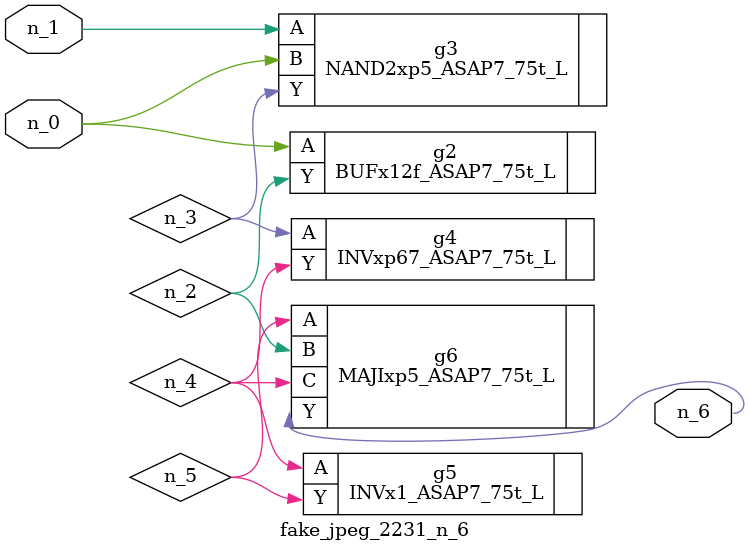
<source format=v>
module fake_jpeg_2231_n_6 (n_0, n_1, n_6);

input n_0;
input n_1;

output n_6;

wire n_3;
wire n_2;
wire n_4;
wire n_5;

BUFx12f_ASAP7_75t_L g2 ( 
.A(n_0),
.Y(n_2)
);

NAND2xp5_ASAP7_75t_L g3 ( 
.A(n_1),
.B(n_0),
.Y(n_3)
);

INVxp67_ASAP7_75t_L g4 ( 
.A(n_3),
.Y(n_4)
);

INVx1_ASAP7_75t_L g5 ( 
.A(n_4),
.Y(n_5)
);

MAJIxp5_ASAP7_75t_L g6 ( 
.A(n_5),
.B(n_2),
.C(n_4),
.Y(n_6)
);


endmodule
</source>
